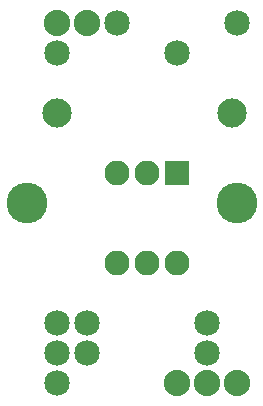
<source format=gbs>
G04 MADE WITH FRITZING*
G04 WWW.FRITZING.ORG*
G04 DOUBLE SIDED*
G04 HOLES PLATED*
G04 CONTOUR ON CENTER OF CONTOUR VECTOR*
%ASAXBY*%
%FSLAX23Y23*%
%MOIN*%
%OFA0B0*%
%SFA1.0B1.0*%
%ADD10C,0.135984*%
%ADD11C,0.085000*%
%ADD12C,0.082361*%
%ADD13C,0.082917*%
%ADD14C,0.088000*%
%ADD15C,0.097500*%
%ADD16R,0.082361X0.082361*%
%LNMASK0*%
G90*
G70*
G54D10*
X818Y695D03*
X118Y695D03*
G54D11*
X718Y295D03*
X318Y295D03*
X318Y195D03*
X718Y195D03*
G54D12*
X619Y795D03*
G54D13*
X619Y495D03*
X519Y795D03*
X519Y495D03*
X419Y795D03*
X419Y495D03*
G54D11*
X218Y95D03*
X218Y195D03*
X218Y295D03*
G54D14*
X318Y1295D03*
X218Y1295D03*
X618Y95D03*
X718Y95D03*
X818Y95D03*
G54D11*
X218Y1195D03*
X618Y1195D03*
X418Y1295D03*
X818Y1295D03*
G54D15*
X804Y995D03*
X218Y995D03*
G54D16*
X619Y795D03*
G04 End of Mask0*
M02*
</source>
